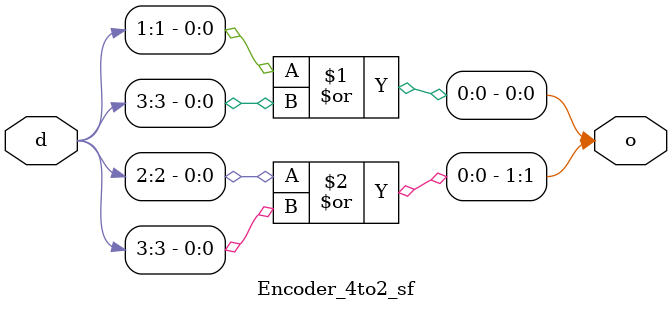
<source format=v>
`timescale 1ns / 1ps


module Encoder_4to2_sf(o,d);
input [3:0]d;
output [1:0]o;

or (o[0],d[1],d[3]);
or(o[1],d[2],d[3]);
endmodule

</source>
